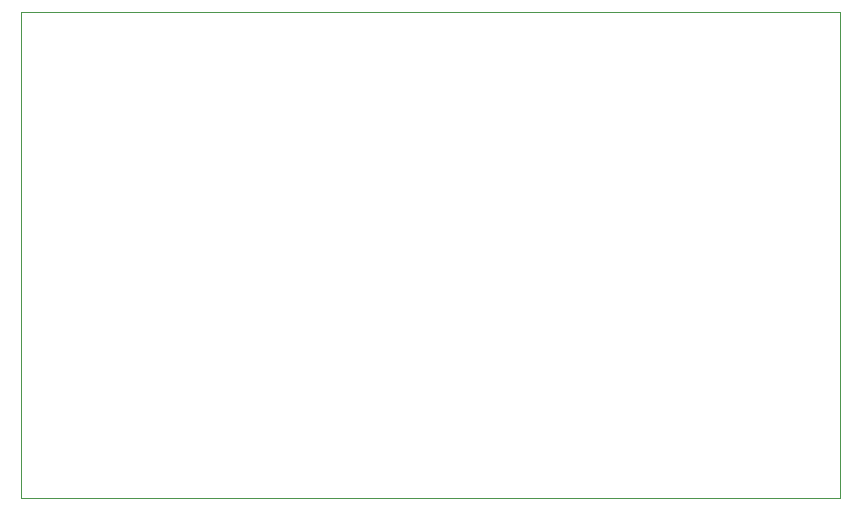
<source format=gbr>
%TF.GenerationSoftware,KiCad,Pcbnew,7.0.8-7.0.8~ubuntu22.04.1*%
%TF.CreationDate,2023-12-11T11:20:47-08:00*%
%TF.ProjectId,SimplifiedTrigger,53696d70-6c69-4666-9965-645472696767,rev?*%
%TF.SameCoordinates,Original*%
%TF.FileFunction,Profile,NP*%
%FSLAX46Y46*%
G04 Gerber Fmt 4.6, Leading zero omitted, Abs format (unit mm)*
G04 Created by KiCad (PCBNEW 7.0.8-7.0.8~ubuntu22.04.1) date 2023-12-11 11:20:47*
%MOMM*%
%LPD*%
G01*
G04 APERTURE LIST*
%TA.AperFunction,Profile*%
%ADD10C,0.100000*%
%TD*%
G04 APERTURE END LIST*
D10*
X100838000Y-40640000D02*
X170180000Y-40640000D01*
X170180000Y-81788000D01*
X100838000Y-81788000D01*
X100838000Y-40640000D01*
M02*

</source>
